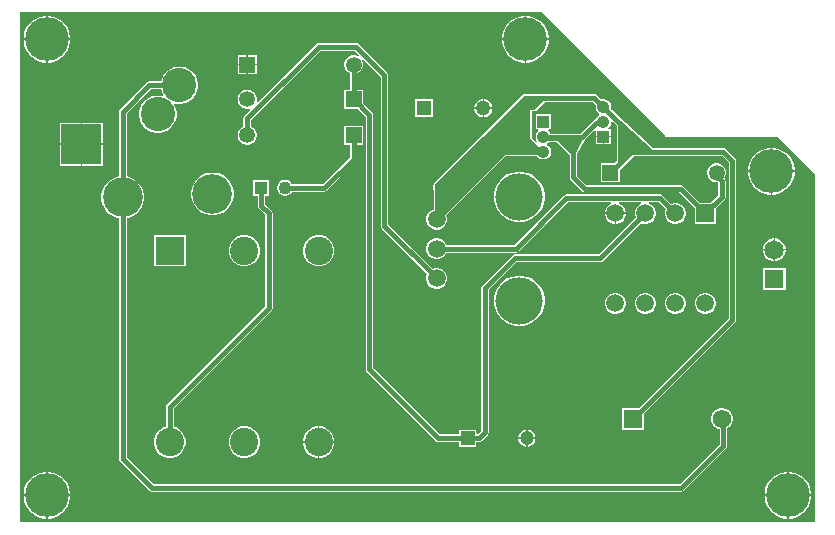
<source format=gbl>
G04*
G04 #@! TF.GenerationSoftware,Altium Limited,Altium Designer,23.2.1 (34)*
G04*
G04 Layer_Physical_Order=2*
G04 Layer_Color=16711680*
%FSLAX44Y44*%
%MOMM*%
G71*
G04*
G04 #@! TF.SameCoordinates,3219B47F-80F4-41BA-9109-FB6CE15A0C88*
G04*
G04*
G04 #@! TF.FilePolarity,Positive*
G04*
G01*
G75*
%ADD38R,1.0500X1.0500*%
%ADD39C,1.0500*%
%ADD40R,1.3500X1.3500*%
%ADD41C,1.3500*%
%ADD42C,2.9000*%
%ADD43C,3.3540*%
%ADD44R,3.3540X3.3540*%
%ADD45C,2.4000*%
%ADD46R,2.4000X2.4000*%
%ADD47C,3.7000*%
%ADD48C,4.0000*%
%ADD49C,1.5000*%
%ADD50C,1.5750*%
%ADD51R,1.5750X1.5750*%
%ADD52R,1.5000X1.5000*%
%ADD53C,1.6500*%
%ADD54R,1.6500X1.6500*%
%ADD55C,1.2000*%
%ADD56R,1.2000X1.2000*%
%ADD57C,1.1000*%
%ADD58R,1.1000X1.1000*%
%ADD59R,1.2750X1.2750*%
%ADD60C,1.2750*%
%ADD61C,0.3810*%
G36*
X553720Y332740D02*
X647700D01*
X679450Y300990D01*
Y6350D01*
X6350D01*
Y438150D01*
X448310D01*
X553720Y332740D01*
D02*
G37*
%LPC*%
G36*
X436287Y435060D02*
X434975D01*
Y415925D01*
X454110D01*
Y417237D01*
X453350Y421057D01*
X451860Y424655D01*
X449696Y427893D01*
X446943Y430646D01*
X443705Y432810D01*
X440107Y434300D01*
X436287Y435060D01*
D02*
G37*
G36*
X433705D02*
X432393D01*
X428573Y434300D01*
X424975Y432810D01*
X421737Y430646D01*
X418984Y427893D01*
X416820Y424655D01*
X415330Y421057D01*
X414570Y417237D01*
Y415925D01*
X433705D01*
Y435060D01*
D02*
G37*
G36*
X31157D02*
X29845D01*
Y415925D01*
X48980D01*
Y417237D01*
X48220Y421057D01*
X46730Y424655D01*
X44566Y427893D01*
X41813Y430646D01*
X38575Y432810D01*
X34977Y434300D01*
X31157Y435060D01*
D02*
G37*
G36*
X28575D02*
X27263D01*
X23443Y434300D01*
X19845Y432810D01*
X16607Y430646D01*
X13854Y427893D01*
X11690Y424655D01*
X10200Y421057D01*
X9440Y417237D01*
Y415925D01*
X28575D01*
Y435060D01*
D02*
G37*
G36*
X290830Y412177D02*
X259250D01*
X258011Y411931D01*
X256961Y411229D01*
X207812Y362080D01*
X206673Y362738D01*
X206860Y363434D01*
Y365546D01*
X206313Y367586D01*
X205258Y369414D01*
X203764Y370908D01*
X201936Y371964D01*
X199896Y372510D01*
X197784D01*
X195744Y371964D01*
X193916Y370908D01*
X192422Y369414D01*
X191367Y367586D01*
X190820Y365546D01*
Y363434D01*
X191367Y361394D01*
X192422Y359566D01*
X193916Y358072D01*
X195744Y357016D01*
X197784Y356470D01*
X199896D01*
X200592Y356657D01*
X201250Y355518D01*
X196551Y350819D01*
X195849Y349769D01*
X195603Y348530D01*
Y341402D01*
X193916Y340428D01*
X192422Y338934D01*
X191367Y337106D01*
X190820Y335066D01*
Y332954D01*
X191367Y330914D01*
X192422Y329086D01*
X193916Y327592D01*
X195744Y326536D01*
X197784Y325990D01*
X199896D01*
X201936Y326536D01*
X203764Y327592D01*
X205258Y329086D01*
X206313Y330914D01*
X206860Y332954D01*
Y335066D01*
X206313Y337106D01*
X205258Y338934D01*
X203764Y340428D01*
X202077Y341402D01*
Y347189D01*
X260591Y405703D01*
X289489D01*
X293394Y401798D01*
X292614Y400782D01*
X291936Y401174D01*
X289896Y401720D01*
X287784D01*
X285744Y401174D01*
X283916Y400118D01*
X282422Y398624D01*
X281367Y396796D01*
X280820Y394756D01*
Y392644D01*
X281367Y390604D01*
X282422Y388776D01*
X283916Y387282D01*
X285603Y386308D01*
Y372510D01*
X280820D01*
Y356470D01*
X292282D01*
X299023Y349729D01*
Y135890D01*
X299269Y134651D01*
X299971Y133601D01*
X358391Y75181D01*
X359441Y74479D01*
X360680Y74233D01*
X378340D01*
Y70200D01*
X392880D01*
Y74356D01*
X395093D01*
X396332Y74602D01*
X397382Y75304D01*
X402339Y80261D01*
X403041Y81311D01*
X403287Y82550D01*
Y203129D01*
X426791Y226633D01*
X497840D01*
X499079Y226879D01*
X500129Y227581D01*
X532422Y259874D01*
X532555Y259798D01*
X534785Y259200D01*
X537095D01*
X539325Y259798D01*
X541325Y260952D01*
X542958Y262585D01*
X544112Y264585D01*
X544710Y266815D01*
Y269125D01*
X544112Y271355D01*
X542958Y273355D01*
X541325Y274988D01*
X539325Y276142D01*
X539249Y276163D01*
X539416Y277433D01*
X547299D01*
X553244Y271488D01*
X553168Y271355D01*
X552570Y269125D01*
Y266815D01*
X553168Y264585D01*
X554322Y262585D01*
X555955Y260952D01*
X557955Y259798D01*
X560185Y259200D01*
X562495D01*
X564725Y259798D01*
X566725Y260952D01*
X568358Y262585D01*
X569512Y264585D01*
X570110Y266815D01*
Y269125D01*
X569512Y271355D01*
X568358Y273355D01*
X566725Y274988D01*
X564725Y276142D01*
X562495Y276740D01*
X560185D01*
X557955Y276142D01*
X557822Y276066D01*
X550929Y282959D01*
X549879Y283661D01*
X548640Y283907D01*
X469066D01*
X467827Y283661D01*
X466777Y282959D01*
X424995Y241177D01*
X367472D01*
X367432Y241325D01*
X366278Y243325D01*
X364645Y244958D01*
X362645Y246112D01*
X360415Y246710D01*
X358105D01*
X355875Y246112D01*
X353875Y244958D01*
X352242Y243325D01*
X351088Y241325D01*
X350490Y239095D01*
Y236785D01*
X351088Y234555D01*
X352242Y232555D01*
X353875Y230922D01*
X355875Y229768D01*
X358105Y229170D01*
X360415D01*
X362645Y229768D01*
X364645Y230922D01*
X366278Y232555D01*
X367432Y234555D01*
X367472Y234703D01*
X426336D01*
X427575Y234949D01*
X428625Y235651D01*
X470407Y277433D01*
X507064D01*
X507231Y276163D01*
X507155Y276142D01*
X505155Y274988D01*
X503522Y273355D01*
X502368Y271355D01*
X501770Y269125D01*
Y268605D01*
X510540D01*
X519310D01*
Y269125D01*
X518712Y271355D01*
X517558Y273355D01*
X515925Y274988D01*
X513925Y276142D01*
X513849Y276163D01*
X514016Y277433D01*
X532464D01*
X532631Y276163D01*
X532555Y276142D01*
X530555Y274988D01*
X528922Y273355D01*
X527768Y271355D01*
X527170Y269125D01*
Y266815D01*
X527768Y264585D01*
X527844Y264452D01*
X496499Y233107D01*
X425450D01*
X424211Y232861D01*
X423161Y232159D01*
X397761Y206759D01*
X397059Y205709D01*
X396813Y204470D01*
Y83891D01*
X394150Y81228D01*
X392880Y81754D01*
Y84740D01*
X378340D01*
Y80707D01*
X362021D01*
X305497Y137231D01*
Y351070D01*
X305251Y352309D01*
X304549Y353359D01*
X296860Y361048D01*
Y372510D01*
X292077D01*
Y386308D01*
X293764Y387282D01*
X295258Y388776D01*
X296313Y390604D01*
X296860Y392644D01*
Y394756D01*
X296313Y396796D01*
X295922Y397474D01*
X296938Y398254D01*
X311723Y383469D01*
Y257240D01*
X311969Y256001D01*
X312671Y254951D01*
X351164Y216458D01*
X351088Y216325D01*
X350490Y214095D01*
Y211785D01*
X351088Y209555D01*
X352242Y207555D01*
X353875Y205922D01*
X355875Y204768D01*
X358105Y204170D01*
X360415D01*
X362645Y204768D01*
X364645Y205922D01*
X366278Y207555D01*
X367432Y209555D01*
X368030Y211785D01*
Y214095D01*
X367432Y216325D01*
X366278Y218325D01*
X364645Y219958D01*
X362645Y221112D01*
X360415Y221710D01*
X358105D01*
X355875Y221112D01*
X355742Y221036D01*
X318197Y258581D01*
Y384810D01*
X317951Y386049D01*
X317249Y387099D01*
X293119Y411229D01*
X292069Y411931D01*
X290830Y412177D01*
D02*
G37*
G36*
X454110Y414655D02*
X434975D01*
Y395520D01*
X436287D01*
X440107Y396280D01*
X443705Y397770D01*
X446943Y399934D01*
X449696Y402687D01*
X451860Y405925D01*
X453350Y409523D01*
X454110Y413343D01*
Y414655D01*
D02*
G37*
G36*
X433705D02*
X414570D01*
Y413343D01*
X415330Y409523D01*
X416820Y405925D01*
X418984Y402687D01*
X421737Y399934D01*
X424975Y397770D01*
X428573Y396280D01*
X432393Y395520D01*
X433705D01*
Y414655D01*
D02*
G37*
G36*
X48980D02*
X29845D01*
Y395520D01*
X31157D01*
X34977Y396280D01*
X38575Y397770D01*
X41813Y399934D01*
X44566Y402687D01*
X46730Y405925D01*
X48220Y409523D01*
X48980Y413343D01*
Y414655D01*
D02*
G37*
G36*
X28575D02*
X9440D01*
Y413343D01*
X10200Y409523D01*
X11690Y405925D01*
X13854Y402687D01*
X16607Y399934D01*
X19845Y397770D01*
X23443Y396280D01*
X27263Y395520D01*
X28575D01*
Y414655D01*
D02*
G37*
G36*
X206860Y401720D02*
X199475D01*
Y394335D01*
X206860D01*
Y401720D01*
D02*
G37*
G36*
X198205D02*
X190820D01*
Y394335D01*
X198205D01*
Y401720D01*
D02*
G37*
G36*
X206860Y393065D02*
X199475D01*
Y385680D01*
X206860D01*
Y393065D01*
D02*
G37*
G36*
X198205D02*
X190820D01*
Y385680D01*
X198205D01*
Y393065D01*
D02*
G37*
G36*
X142973Y392160D02*
X139867D01*
X136820Y391554D01*
X133950Y390365D01*
X131367Y388639D01*
X129171Y386443D01*
X127445Y383860D01*
X126256Y380990D01*
X125985Y379627D01*
X116040D01*
X114801Y379381D01*
X113751Y378679D01*
X91131Y356059D01*
X90429Y355009D01*
X90183Y353770D01*
Y299139D01*
X88158Y298737D01*
X84875Y297377D01*
X81920Y295403D01*
X79407Y292890D01*
X77433Y289935D01*
X76073Y286652D01*
X75380Y283167D01*
Y279613D01*
X76073Y276128D01*
X77433Y272845D01*
X79407Y269890D01*
X81920Y267377D01*
X84875Y265403D01*
X88158Y264043D01*
X90223Y263633D01*
Y60210D01*
X90469Y58971D01*
X91171Y57921D01*
X115821Y33271D01*
X116871Y32569D01*
X118110Y32323D01*
X566420D01*
X567659Y32569D01*
X568709Y33271D01*
X604269Y68831D01*
X604971Y69881D01*
X605217Y71120D01*
Y86023D01*
X606325Y86662D01*
X608028Y88365D01*
X609232Y90450D01*
X609855Y92776D01*
Y95184D01*
X609232Y97510D01*
X608028Y99595D01*
X606325Y101298D01*
X604240Y102502D01*
X601914Y103125D01*
X599506D01*
X597180Y102502D01*
X595095Y101298D01*
X593392Y99595D01*
X592188Y97510D01*
X591565Y95184D01*
Y92776D01*
X592188Y90450D01*
X593392Y88365D01*
X595095Y86662D01*
X597180Y85458D01*
X598743Y85040D01*
Y72461D01*
X565079Y38797D01*
X119451D01*
X96697Y61551D01*
Y263648D01*
X98682Y264043D01*
X101965Y265403D01*
X104920Y267377D01*
X107433Y269890D01*
X109407Y272845D01*
X110767Y276128D01*
X111460Y279613D01*
Y283167D01*
X110767Y286652D01*
X109407Y289935D01*
X107433Y292890D01*
X104920Y295403D01*
X101965Y297377D01*
X98682Y298737D01*
X96657Y299139D01*
Y352429D01*
X117381Y373153D01*
X125985D01*
X126256Y371790D01*
X127445Y368920D01*
X127909Y368225D01*
X127146Y367082D01*
X124743Y367560D01*
X121637D01*
X118590Y366954D01*
X115720Y365765D01*
X113137Y364039D01*
X110941Y361843D01*
X109215Y359260D01*
X108026Y356390D01*
X107420Y353343D01*
Y350237D01*
X108026Y347190D01*
X109215Y344320D01*
X110941Y341737D01*
X113137Y339541D01*
X115720Y337815D01*
X118590Y336626D01*
X121637Y336020D01*
X124743D01*
X127790Y336626D01*
X130660Y337815D01*
X133243Y339541D01*
X135439Y341737D01*
X137165Y344320D01*
X138354Y347190D01*
X138960Y350237D01*
Y353343D01*
X138354Y356390D01*
X137165Y359260D01*
X136701Y359955D01*
X137465Y361098D01*
X139867Y360620D01*
X142973D01*
X146020Y361226D01*
X148890Y362415D01*
X151473Y364141D01*
X153669Y366337D01*
X155395Y368920D01*
X156584Y371790D01*
X157190Y374837D01*
Y377943D01*
X156584Y380990D01*
X155395Y383860D01*
X153669Y386443D01*
X151473Y388639D01*
X148890Y390365D01*
X146020Y391554D01*
X142973Y392160D01*
D02*
G37*
G36*
X399786Y364515D02*
X399415D01*
Y357505D01*
X406425D01*
Y357877D01*
X405904Y359821D01*
X404897Y361564D01*
X403474Y362988D01*
X401731Y363994D01*
X399786Y364515D01*
D02*
G37*
G36*
X398145D02*
X397774D01*
X395829Y363994D01*
X394086Y362988D01*
X392663Y361564D01*
X391656Y359821D01*
X391135Y357877D01*
Y357505D01*
X398145D01*
Y364515D01*
D02*
G37*
G36*
X406425Y356235D02*
X399415D01*
Y349225D01*
X399786D01*
X401731Y349746D01*
X403474Y350752D01*
X404897Y352176D01*
X405904Y353919D01*
X406425Y355863D01*
Y356235D01*
D02*
G37*
G36*
X398145D02*
X391135D01*
Y355863D01*
X391656Y353919D01*
X392663Y352176D01*
X394086Y350752D01*
X395829Y349746D01*
X397774Y349225D01*
X398145D01*
Y356235D01*
D02*
G37*
G36*
X356425Y364515D02*
X341135D01*
Y349225D01*
X356425D01*
Y364515D01*
D02*
G37*
G36*
X76460Y344430D02*
X59055D01*
Y327025D01*
X76460D01*
Y344430D01*
D02*
G37*
G36*
X57785D02*
X40380D01*
Y327025D01*
X57785D01*
Y344430D01*
D02*
G37*
G36*
X506900Y332105D02*
X501015D01*
Y326220D01*
X506900D01*
Y332105D01*
D02*
G37*
G36*
X499745D02*
X493860D01*
Y326220D01*
X499745D01*
Y332105D01*
D02*
G37*
G36*
X76460Y325755D02*
X59055D01*
Y308350D01*
X76460D01*
Y325755D01*
D02*
G37*
G36*
X57785D02*
X40380D01*
Y308350D01*
X57785D01*
Y325755D01*
D02*
G37*
G36*
X644567Y323300D02*
X643255D01*
Y304165D01*
X662390D01*
Y305477D01*
X661630Y309297D01*
X660140Y312895D01*
X657976Y316133D01*
X655223Y318886D01*
X651985Y321050D01*
X648387Y322540D01*
X644567Y323300D01*
D02*
G37*
G36*
X641985D02*
X640673D01*
X636853Y322540D01*
X633255Y321050D01*
X630017Y318886D01*
X627264Y316133D01*
X625100Y312895D01*
X623610Y309297D01*
X622850Y305477D01*
Y304165D01*
X641985D01*
Y323300D01*
D02*
G37*
G36*
X296860Y342030D02*
X280820D01*
Y325990D01*
X285603D01*
Y315581D01*
X262819Y292797D01*
X236768D01*
X236237Y293717D01*
X234977Y294977D01*
X233433Y295869D01*
X231711Y296330D01*
X229929D01*
X228207Y295869D01*
X226663Y294977D01*
X225403Y293717D01*
X224511Y292173D01*
X224050Y290451D01*
Y288669D01*
X224511Y286947D01*
X225403Y285403D01*
X226663Y284143D01*
X228207Y283251D01*
X229929Y282790D01*
X231711D01*
X233433Y283251D01*
X234977Y284143D01*
X236237Y285403D01*
X236768Y286323D01*
X264160D01*
X265399Y286569D01*
X266449Y287271D01*
X291129Y311951D01*
X291831Y313001D01*
X292077Y314240D01*
Y325990D01*
X296860D01*
Y342030D01*
D02*
G37*
G36*
X662390Y302895D02*
X643255D01*
Y283760D01*
X644567D01*
X648387Y284520D01*
X651985Y286010D01*
X655223Y288174D01*
X657976Y290927D01*
X660140Y294165D01*
X661630Y297763D01*
X662390Y301583D01*
Y302895D01*
D02*
G37*
G36*
X641985D02*
X622850D01*
Y301583D01*
X623610Y297763D01*
X625100Y294165D01*
X627264Y290927D01*
X630017Y288174D01*
X633255Y286010D01*
X636853Y284520D01*
X640673Y283760D01*
X641985D01*
Y302895D01*
D02*
G37*
G36*
X171197Y302430D02*
X167643D01*
X164158Y301737D01*
X160875Y300377D01*
X157920Y298403D01*
X155407Y295890D01*
X153433Y292935D01*
X152073Y289652D01*
X151380Y286167D01*
Y282613D01*
X152073Y279128D01*
X153433Y275845D01*
X155407Y272890D01*
X157920Y270377D01*
X160875Y268403D01*
X164158Y267043D01*
X167643Y266350D01*
X171197D01*
X174682Y267043D01*
X177965Y268403D01*
X180920Y270377D01*
X183433Y272890D01*
X185407Y275845D01*
X186767Y279128D01*
X187460Y282613D01*
Y286167D01*
X186767Y289652D01*
X185407Y292935D01*
X183433Y295890D01*
X180920Y298403D01*
X177965Y300377D01*
X174682Y301737D01*
X171197Y302430D01*
D02*
G37*
G36*
X431355Y303210D02*
X427165D01*
X423056Y302393D01*
X419185Y300789D01*
X415701Y298461D01*
X412738Y295499D01*
X410411Y292015D01*
X408807Y288144D01*
X407990Y284035D01*
Y279845D01*
X408807Y275736D01*
X410411Y271865D01*
X412738Y268381D01*
X415701Y265418D01*
X419185Y263091D01*
X423056Y261487D01*
X427165Y260670D01*
X431355D01*
X435464Y261487D01*
X439335Y263091D01*
X442819Y265418D01*
X445782Y268381D01*
X448109Y271865D01*
X449713Y275736D01*
X450530Y279845D01*
Y284035D01*
X449713Y288144D01*
X448109Y292015D01*
X445782Y295499D01*
X442819Y298461D01*
X439335Y300789D01*
X435464Y302393D01*
X431355Y303210D01*
D02*
G37*
G36*
X519310Y267335D02*
X511175D01*
Y259200D01*
X511695D01*
X513925Y259798D01*
X515925Y260952D01*
X517558Y262585D01*
X518712Y264585D01*
X519310Y266815D01*
Y267335D01*
D02*
G37*
G36*
X509905D02*
X501770D01*
Y266815D01*
X502368Y264585D01*
X503522Y262585D01*
X505155Y260952D01*
X507155Y259798D01*
X509385Y259200D01*
X509905D01*
Y267335D01*
D02*
G37*
G36*
X646413Y246610D02*
X645795D01*
Y237725D01*
X654680D01*
Y238343D01*
X654031Y240765D01*
X652778Y242935D01*
X651005Y244708D01*
X648835Y245961D01*
X646413Y246610D01*
D02*
G37*
G36*
X644525D02*
X643907D01*
X641485Y245961D01*
X639315Y244708D01*
X637542Y242935D01*
X636289Y240765D01*
X635640Y238343D01*
Y237725D01*
X644525D01*
Y246610D01*
D02*
G37*
G36*
X654680Y236455D02*
X645795D01*
Y227570D01*
X646413D01*
X648835Y228219D01*
X651005Y229472D01*
X652778Y231245D01*
X654031Y233415D01*
X654680Y235837D01*
Y236455D01*
D02*
G37*
G36*
X644525D02*
X635640D01*
Y235837D01*
X636289Y233415D01*
X637542Y231245D01*
X639315Y229472D01*
X641485Y228219D01*
X643907Y227570D01*
X644525D01*
Y236455D01*
D02*
G37*
G36*
X261097Y249490D02*
X257603D01*
X254228Y248586D01*
X251202Y246839D01*
X248731Y244368D01*
X246984Y241342D01*
X246080Y237967D01*
Y234473D01*
X246984Y231098D01*
X248731Y228072D01*
X251202Y225601D01*
X254228Y223854D01*
X257603Y222950D01*
X261097D01*
X264472Y223854D01*
X267498Y225601D01*
X269969Y228072D01*
X271716Y231098D01*
X272620Y234473D01*
Y237967D01*
X271716Y241342D01*
X269969Y244368D01*
X267498Y246839D01*
X264472Y248586D01*
X261097Y249490D01*
D02*
G37*
G36*
X198097D02*
X194603D01*
X191228Y248586D01*
X188202Y246839D01*
X185731Y244368D01*
X183984Y241342D01*
X183080Y237967D01*
Y234473D01*
X183984Y231098D01*
X185731Y228072D01*
X188202Y225601D01*
X191228Y223854D01*
X194603Y222950D01*
X198097D01*
X201472Y223854D01*
X204498Y225601D01*
X206969Y228072D01*
X208716Y231098D01*
X209620Y234473D01*
Y237967D01*
X208716Y241342D01*
X206969Y244368D01*
X204498Y246839D01*
X201472Y248586D01*
X198097Y249490D01*
D02*
G37*
G36*
X146620D02*
X120080D01*
Y222950D01*
X146620D01*
Y249490D01*
D02*
G37*
G36*
X654680Y221610D02*
X635640D01*
Y202570D01*
X654680D01*
Y221610D01*
D02*
G37*
G36*
X587895Y200540D02*
X585585D01*
X583355Y199942D01*
X581355Y198788D01*
X579722Y197155D01*
X578568Y195155D01*
X577970Y192925D01*
Y190615D01*
X578568Y188385D01*
X579722Y186385D01*
X581355Y184752D01*
X583355Y183598D01*
X585585Y183000D01*
X587895D01*
X590125Y183598D01*
X592125Y184752D01*
X593758Y186385D01*
X594912Y188385D01*
X595510Y190615D01*
Y192925D01*
X594912Y195155D01*
X593758Y197155D01*
X592125Y198788D01*
X590125Y199942D01*
X587895Y200540D01*
D02*
G37*
G36*
X562495D02*
X560185D01*
X557955Y199942D01*
X555955Y198788D01*
X554322Y197155D01*
X553168Y195155D01*
X552570Y192925D01*
Y190615D01*
X553168Y188385D01*
X554322Y186385D01*
X555955Y184752D01*
X557955Y183598D01*
X560185Y183000D01*
X562495D01*
X564725Y183598D01*
X566725Y184752D01*
X568358Y186385D01*
X569512Y188385D01*
X570110Y190615D01*
Y192925D01*
X569512Y195155D01*
X568358Y197155D01*
X566725Y198788D01*
X564725Y199942D01*
X562495Y200540D01*
D02*
G37*
G36*
X537095D02*
X534785D01*
X532555Y199942D01*
X530555Y198788D01*
X528922Y197155D01*
X527768Y195155D01*
X527170Y192925D01*
Y190615D01*
X527768Y188385D01*
X528922Y186385D01*
X530555Y184752D01*
X532555Y183598D01*
X534785Y183000D01*
X537095D01*
X539325Y183598D01*
X541325Y184752D01*
X542958Y186385D01*
X544112Y188385D01*
X544710Y190615D01*
Y192925D01*
X544112Y195155D01*
X542958Y197155D01*
X541325Y198788D01*
X539325Y199942D01*
X537095Y200540D01*
D02*
G37*
G36*
X511695D02*
X509385D01*
X507155Y199942D01*
X505155Y198788D01*
X503522Y197155D01*
X502368Y195155D01*
X501770Y192925D01*
Y190615D01*
X502368Y188385D01*
X503522Y186385D01*
X505155Y184752D01*
X507155Y183598D01*
X509385Y183000D01*
X511695D01*
X513925Y183598D01*
X515925Y184752D01*
X517558Y186385D01*
X518712Y188385D01*
X519310Y190615D01*
Y192925D01*
X518712Y195155D01*
X517558Y197155D01*
X515925Y198788D01*
X513925Y199942D01*
X511695Y200540D01*
D02*
G37*
G36*
X431355Y215210D02*
X427165D01*
X423056Y214393D01*
X419185Y212789D01*
X415701Y210462D01*
X412738Y207499D01*
X410411Y204015D01*
X408807Y200144D01*
X407990Y196035D01*
Y191845D01*
X408807Y187736D01*
X410411Y183865D01*
X412738Y180381D01*
X415701Y177418D01*
X419185Y175091D01*
X423056Y173487D01*
X427165Y172670D01*
X431355D01*
X435464Y173487D01*
X439335Y175091D01*
X442819Y177418D01*
X445782Y180381D01*
X448109Y183865D01*
X449713Y187736D01*
X450530Y191845D01*
Y196035D01*
X449713Y200144D01*
X448109Y204015D01*
X445782Y207499D01*
X442819Y210462D01*
X439335Y212789D01*
X435464Y214393D01*
X431355Y215210D01*
D02*
G37*
G36*
X492760Y368997D02*
X433641D01*
X432402Y368751D01*
X431352Y368049D01*
X357429Y294126D01*
X356727Y293076D01*
X356481Y291837D01*
Y288680D01*
X356727Y287442D01*
X356765Y287385D01*
Y271351D01*
X355875Y271112D01*
X353875Y269958D01*
X352242Y268325D01*
X351088Y266325D01*
X350490Y264095D01*
Y261785D01*
X351088Y259555D01*
X352242Y257555D01*
X353875Y255922D01*
X355875Y254768D01*
X358105Y254170D01*
X360415D01*
X362645Y254768D01*
X364645Y255922D01*
X366278Y257555D01*
X367432Y259555D01*
X368030Y261785D01*
Y264095D01*
X367432Y266325D01*
X367356Y266458D01*
X374648Y273750D01*
X417701Y316803D01*
X443920D01*
X444363Y316037D01*
X445577Y314823D01*
X447063Y313964D01*
X448722Y313520D01*
X450438D01*
X452097Y313964D01*
X453583Y314823D01*
X454797Y316037D01*
X455656Y317523D01*
X456100Y319182D01*
Y320898D01*
X455656Y322557D01*
X454797Y324043D01*
X453583Y325257D01*
X452892Y325657D01*
Y327123D01*
X453583Y327523D01*
X454092Y328032D01*
X460917D01*
X471743Y317206D01*
Y298450D01*
X471989Y297211D01*
X472691Y296161D01*
X482336Y286516D01*
X483386Y285814D01*
X484625Y285568D01*
X564564D01*
X577970Y272162D01*
Y259200D01*
X595510D01*
Y272162D01*
X602999Y279651D01*
X603701Y280701D01*
X603947Y281940D01*
Y295183D01*
X603701Y296422D01*
X602999Y297472D01*
X602795Y297677D01*
X603653Y299164D01*
X604200Y301204D01*
Y303316D01*
X603653Y305356D01*
X602598Y307184D01*
X601104Y308678D01*
X599276Y309734D01*
X597236Y310280D01*
X595124D01*
X593084Y309734D01*
X591256Y308678D01*
X589762Y307184D01*
X588707Y305356D01*
X588160Y303316D01*
Y301204D01*
X588707Y299164D01*
X589762Y297336D01*
X591256Y295842D01*
X593084Y294786D01*
X595124Y294240D01*
X597075D01*
X597473Y293842D01*
Y283281D01*
X590932Y276740D01*
X582548D01*
X568194Y291094D01*
X567144Y291796D01*
X565905Y292042D01*
X485966D01*
X478217Y299791D01*
Y317758D01*
X484776Y330337D01*
X492590Y338152D01*
X493860Y337626D01*
Y333375D01*
X500380D01*
X506900D01*
Y339260D01*
X505125D01*
X504691Y340530D01*
X505597Y341437D01*
X506456Y342923D01*
X506900Y344582D01*
Y345246D01*
X508170Y345772D01*
X511725Y342217D01*
Y312383D01*
X509622Y310280D01*
X498160D01*
Y294240D01*
X514200D01*
Y304261D01*
X526742Y316803D01*
X600639D01*
X606363Y311079D01*
Y179211D01*
X530277Y103125D01*
X516565D01*
Y84835D01*
X534855D01*
Y98547D01*
X611889Y175581D01*
X612591Y176631D01*
X612837Y177870D01*
Y312420D01*
X612591Y313659D01*
X611889Y314709D01*
X604269Y322329D01*
X603219Y323031D01*
X601980Y323277D01*
X542124D01*
X507816Y355282D01*
X506671Y356427D01*
X506900Y357282D01*
Y358998D01*
X506456Y360657D01*
X505597Y362143D01*
X504383Y363357D01*
X502897Y364216D01*
X501238Y364660D01*
X499522D01*
X498667Y364431D01*
X495049Y368049D01*
X493999Y368751D01*
X492760Y368997D01*
D02*
G37*
G36*
X436567Y84740D02*
X436245D01*
Y78105D01*
X442880D01*
Y78427D01*
X442385Y80276D01*
X441427Y81934D01*
X440074Y83287D01*
X438416Y84245D01*
X436567Y84740D01*
D02*
G37*
G36*
X434975D02*
X434653D01*
X432804Y84245D01*
X431146Y83287D01*
X429793Y81934D01*
X428835Y80276D01*
X428340Y78427D01*
Y78105D01*
X434975D01*
Y84740D01*
D02*
G37*
G36*
X261097Y87490D02*
X259985D01*
Y74855D01*
X272620D01*
Y75967D01*
X271716Y79342D01*
X269969Y82368D01*
X267498Y84839D01*
X264472Y86586D01*
X261097Y87490D01*
D02*
G37*
G36*
X258715D02*
X257603D01*
X254228Y86586D01*
X251202Y84839D01*
X248731Y82368D01*
X246984Y79342D01*
X246080Y75967D01*
Y74855D01*
X258715D01*
Y87490D01*
D02*
G37*
G36*
X442880Y76835D02*
X436245D01*
Y70200D01*
X436567D01*
X438416Y70695D01*
X440074Y71653D01*
X441427Y73006D01*
X442385Y74664D01*
X442880Y76513D01*
Y76835D01*
D02*
G37*
G36*
X434975D02*
X428340D01*
Y76513D01*
X428835Y74664D01*
X429793Y73006D01*
X431146Y71653D01*
X432804Y70695D01*
X434653Y70200D01*
X434975D01*
Y76835D01*
D02*
G37*
G36*
X272620Y73585D02*
X259985D01*
Y60950D01*
X261097D01*
X264472Y61854D01*
X267498Y63601D01*
X269969Y66072D01*
X271716Y69098D01*
X272620Y72473D01*
Y73585D01*
D02*
G37*
G36*
X258715D02*
X246080D01*
Y72473D01*
X246984Y69098D01*
X248731Y66072D01*
X251202Y63601D01*
X254228Y61854D01*
X257603Y60950D01*
X258715D01*
Y73585D01*
D02*
G37*
G36*
X198097Y87490D02*
X194603D01*
X191228Y86586D01*
X188202Y84839D01*
X185731Y82368D01*
X183984Y79342D01*
X183080Y75967D01*
Y72473D01*
X183984Y69098D01*
X185731Y66072D01*
X188202Y63601D01*
X191228Y61854D01*
X194603Y60950D01*
X198097D01*
X201472Y61854D01*
X204498Y63601D01*
X206969Y66072D01*
X208716Y69098D01*
X209620Y72473D01*
Y75967D01*
X208716Y79342D01*
X206969Y82368D01*
X204498Y84839D01*
X201472Y86586D01*
X198097Y87490D01*
D02*
G37*
G36*
X217590Y296330D02*
X204050D01*
Y282790D01*
X207583D01*
Y274320D01*
X207829Y273081D01*
X208531Y272031D01*
X213933Y266629D01*
Y189301D01*
X131061Y106429D01*
X130359Y105379D01*
X130113Y104140D01*
Y87091D01*
X128228Y86586D01*
X125202Y84839D01*
X122731Y82368D01*
X120984Y79342D01*
X120080Y75967D01*
Y72473D01*
X120984Y69098D01*
X122731Y66072D01*
X125202Y63601D01*
X128228Y61854D01*
X131603Y60950D01*
X135097D01*
X138472Y61854D01*
X141498Y63601D01*
X143969Y66072D01*
X145716Y69098D01*
X146620Y72473D01*
Y75967D01*
X145716Y79342D01*
X143969Y82368D01*
X141498Y84839D01*
X138472Y86586D01*
X136587Y87091D01*
Y102799D01*
X219459Y185671D01*
X220161Y186721D01*
X220407Y187960D01*
Y267970D01*
X220161Y269209D01*
X219459Y270259D01*
X214057Y275661D01*
Y282790D01*
X217590D01*
Y296330D01*
D02*
G37*
G36*
X658537Y48980D02*
X657225D01*
Y29845D01*
X676360D01*
Y31157D01*
X675600Y34977D01*
X674110Y38575D01*
X671946Y41813D01*
X669193Y44566D01*
X665955Y46730D01*
X662357Y48220D01*
X658537Y48980D01*
D02*
G37*
G36*
X655955D02*
X654643D01*
X650823Y48220D01*
X647225Y46730D01*
X643987Y44566D01*
X641234Y41813D01*
X639070Y38575D01*
X637580Y34977D01*
X636820Y31157D01*
Y29845D01*
X655955D01*
Y48980D01*
D02*
G37*
G36*
X31157D02*
X29845D01*
Y29845D01*
X48980D01*
Y31157D01*
X48220Y34977D01*
X46730Y38575D01*
X44566Y41813D01*
X41813Y44566D01*
X38575Y46730D01*
X34977Y48220D01*
X31157Y48980D01*
D02*
G37*
G36*
X28575D02*
X27263D01*
X23443Y48220D01*
X19845Y46730D01*
X16607Y44566D01*
X13854Y41813D01*
X11690Y38575D01*
X10200Y34977D01*
X9440Y31157D01*
Y29845D01*
X28575D01*
Y48980D01*
D02*
G37*
G36*
X676360Y28575D02*
X657225D01*
Y9440D01*
X658537D01*
X662357Y10200D01*
X665955Y11690D01*
X669193Y13854D01*
X671946Y16607D01*
X674110Y19845D01*
X675600Y23443D01*
X676360Y27263D01*
Y28575D01*
D02*
G37*
G36*
X655955D02*
X636820D01*
Y27263D01*
X637580Y23443D01*
X639070Y19845D01*
X641234Y16607D01*
X643987Y13854D01*
X647225Y11690D01*
X650823Y10200D01*
X654643Y9440D01*
X655955D01*
Y28575D01*
D02*
G37*
G36*
X48980D02*
X29845D01*
Y9440D01*
X31157D01*
X34977Y10200D01*
X38575Y11690D01*
X41813Y13854D01*
X44566Y16607D01*
X46730Y19845D01*
X48220Y23443D01*
X48980Y27263D01*
Y28575D01*
D02*
G37*
G36*
X28575D02*
X9440D01*
Y27263D01*
X10200Y23443D01*
X11690Y19845D01*
X13854Y16607D01*
X16607Y13854D01*
X19845Y11690D01*
X23443Y10200D01*
X27263Y9440D01*
X28575D01*
Y28575D01*
D02*
G37*
%LPD*%
G36*
X494089Y359853D02*
X493860Y358998D01*
Y357282D01*
X494304Y355623D01*
X495163Y354137D01*
X496377Y352923D01*
X497068Y352523D01*
Y351057D01*
X496377Y350657D01*
X495163Y349443D01*
X494304Y347957D01*
X494154Y347397D01*
X494020D01*
X492781Y347151D01*
X491731Y346449D01*
X480624Y335342D01*
X455606D01*
X454797Y336743D01*
X453891Y337650D01*
X454325Y338920D01*
X456100D01*
Y351960D01*
X443060D01*
Y338920D01*
X444835D01*
X445269Y337650D01*
X444363Y336743D01*
X443504Y335257D01*
X443060Y333598D01*
Y331882D01*
X443504Y330223D01*
X444006Y329354D01*
X442990Y328574D01*
X439525Y332039D01*
Y354225D01*
X441960D01*
X442932Y354628D01*
X442932Y354628D01*
X450827Y362523D01*
X491419D01*
X494089Y359853D01*
D02*
G37*
G36*
X475456Y315436D02*
X461486Y329406D01*
X452596D01*
X451009Y330994D01*
X485140Y334010D01*
X475456Y315436D01*
D02*
G37*
G36*
X543895Y319745D02*
X527740D01*
X513100Y305105D01*
Y345440D01*
X505460Y355600D01*
X543895Y319745D01*
D02*
G37*
G36*
X441960Y355600D02*
X438150D01*
Y331470D01*
X447040Y322580D01*
Y320040D01*
X416360D01*
X358140Y261820D01*
Y292100D01*
X419100Y353060D01*
X431800Y365760D01*
X452120D01*
X441960Y355600D01*
D02*
G37*
D38*
X500380Y332740D02*
D03*
X449580Y345440D02*
D03*
D39*
X500380D02*
D03*
Y358140D02*
D03*
X449580Y332740D02*
D03*
Y320040D02*
D03*
D40*
X506180Y302260D02*
D03*
X288840Y334010D02*
D03*
Y364490D02*
D03*
X198840Y393700D02*
D03*
D41*
X596180Y302260D02*
D03*
X198840Y334010D02*
D03*
X288840Y393700D02*
D03*
X198840Y364490D02*
D03*
D42*
X123190Y351790D02*
D03*
X141420Y376390D02*
D03*
D43*
X169420Y284390D02*
D03*
X93420Y281390D02*
D03*
D44*
X58420Y326390D02*
D03*
D45*
X259350Y74220D02*
D03*
X196350D02*
D03*
X133350D02*
D03*
X259350Y236220D02*
D03*
X196350D02*
D03*
D46*
X133350D02*
D03*
D47*
X434340Y415290D02*
D03*
X29210D02*
D03*
X642620Y303530D02*
D03*
X656590Y29210D02*
D03*
X29210D02*
D03*
D48*
X429260Y281940D02*
D03*
Y193940D02*
D03*
D49*
X359260Y262940D02*
D03*
Y237940D02*
D03*
Y212940D02*
D03*
X510540Y191770D02*
D03*
X535940D02*
D03*
X561340D02*
D03*
X586740D02*
D03*
X510540Y267970D02*
D03*
X535940D02*
D03*
X561340D02*
D03*
D50*
X600710Y93980D02*
D03*
D51*
X525710D02*
D03*
D52*
X586740Y267970D02*
D03*
D53*
X645160Y237090D02*
D03*
D54*
Y212090D02*
D03*
D55*
X435610Y77470D02*
D03*
D56*
X385610D02*
D03*
D57*
X230820Y289560D02*
D03*
D58*
X210820D02*
D03*
D59*
X348780Y356870D02*
D03*
D60*
X398780D02*
D03*
D61*
X492760Y365760D02*
X515620Y342900D01*
Y315510D02*
Y342900D01*
X494020Y344160D02*
X499100D01*
X474980Y332105D02*
X481965D01*
X499100Y344160D02*
X500380Y345440D01*
X481965Y332105D02*
X494020Y344160D01*
X433641Y365760D02*
X492760D01*
X515620Y315510D02*
X520157Y320047D01*
X521970D01*
X523720Y320040D01*
X515620Y311700D02*
Y315510D01*
X601980Y320040D02*
X609600Y312420D01*
X523720Y320040D02*
X601980D01*
X449580Y332740D02*
X450215Y332105D01*
X474980D01*
X449580Y320040D02*
X450215Y319405D01*
X474980Y298450D02*
Y332105D01*
X93420Y353770D02*
X116040Y376390D01*
X141420D01*
X426336Y237940D02*
X469066Y280670D01*
X359260Y237940D02*
X426336D01*
X596180Y299713D02*
Y302260D01*
X600710Y281940D02*
Y295183D01*
X586740Y267970D02*
X600710Y281940D01*
X596180Y299713D02*
X600710Y295183D01*
X359718Y291837D02*
X433641Y365760D01*
X210820Y274320D02*
X217170Y267970D01*
X210820Y274320D02*
Y289560D01*
X506180Y302260D02*
X515620Y311700D01*
X548640Y280670D02*
X561340Y267970D01*
X469066Y280670D02*
X548640D01*
X400050Y204470D02*
X425450Y229870D01*
X497840D02*
X535940Y267970D01*
X425450Y229870D02*
X497840D01*
X474980Y298450D02*
X484625Y288805D01*
X565905D01*
X359260Y262940D02*
X372359Y276039D01*
X359718Y288680D02*
X372359Y276039D01*
X416360Y320040D01*
X359718Y288680D02*
Y291837D01*
X565905Y288805D02*
X586740Y267970D01*
X400050Y82550D02*
Y204470D01*
X395093Y77593D02*
X400050Y82550D01*
X525710Y93980D02*
X609600Y177870D01*
Y312420D01*
X302260Y135890D02*
X360680Y77470D01*
X302260Y135890D02*
Y351070D01*
X360680Y77470D02*
X385610D01*
X93420Y281390D02*
Y353770D01*
X93460Y60210D02*
Y281390D01*
X314960Y257240D02*
X359260Y212940D01*
X416360Y320040D02*
X449580D01*
X385733Y77593D02*
X395093D01*
X385610Y77470D02*
X385733Y77593D01*
X288840Y364490D02*
X302260Y351070D01*
X259250Y408940D02*
X290830D01*
X314960Y257240D02*
Y384810D01*
X290830Y408940D02*
X314960Y384810D01*
X198840Y348530D02*
X259250Y408940D01*
X198840Y334010D02*
Y348530D01*
X566420Y35560D02*
X601980Y71120D01*
X118110Y35560D02*
X566420D01*
X93460Y60210D02*
X118110Y35560D01*
X264160Y289560D02*
X288840Y314240D01*
Y334010D01*
X230820Y289560D02*
X264160D01*
X217170Y187960D02*
Y267970D01*
X133350Y104140D02*
X217170Y187960D01*
X288840Y364490D02*
Y393700D01*
X601980Y71120D02*
Y91440D01*
X133350Y74220D02*
Y104140D01*
M02*

</source>
